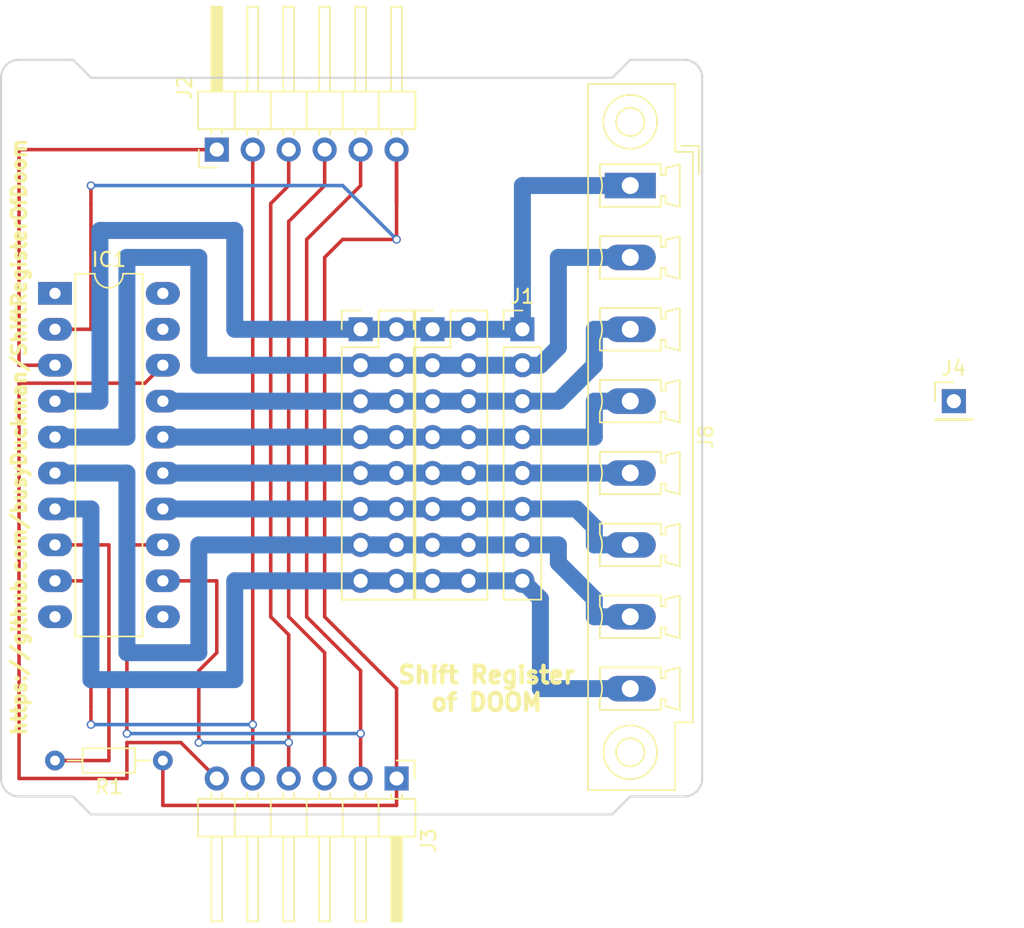
<source format=kicad_pcb>
(kicad_pcb (version 4) (host pcbnew 4.0.6)

  (general
    (links 65)
    (no_connects 19)
    (area 181.534999 102.794999 231.215001 156.285001)
    (thickness 1.6)
    (drawings 19)
    (tracks 142)
    (zones 0)
    (modules 9)
    (nets 19)
  )

  (page A4)
  (layers
    (0 F.Cu signal)
    (31 B.Cu signal)
    (32 B.Adhes user)
    (33 F.Adhes user)
    (34 B.Paste user)
    (35 F.Paste user)
    (36 B.SilkS user)
    (37 F.SilkS user)
    (38 B.Mask user)
    (39 F.Mask user)
    (40 Dwgs.User user)
    (41 Cmts.User user)
    (42 Eco1.User user)
    (43 Eco2.User user)
    (44 Edge.Cuts user)
    (45 Margin user)
    (46 B.CrtYd user)
    (47 F.CrtYd user)
    (48 B.Fab user)
    (49 F.Fab user)
  )

  (setup
    (last_trace_width 0.25)
    (trace_clearance 0.2)
    (zone_clearance 0.508)
    (zone_45_only no)
    (trace_min 0.2)
    (segment_width 0.2)
    (edge_width 0.15)
    (via_size 0.6)
    (via_drill 0.4)
    (via_min_size 0.4)
    (via_min_drill 0.3)
    (uvia_size 0.3)
    (uvia_drill 0.1)
    (uvias_allowed no)
    (uvia_min_size 0.2)
    (uvia_min_drill 0.1)
    (pcb_text_width 0.3)
    (pcb_text_size 1.5 1.5)
    (mod_edge_width 0.15)
    (mod_text_size 1 1)
    (mod_text_width 0.15)
    (pad_size 1.524 1.524)
    (pad_drill 0.762)
    (pad_to_mask_clearance 0.2)
    (aux_axis_origin 0 0)
    (visible_elements 7FFFFFFF)
    (pcbplotparams
      (layerselection 0x00030_80000001)
      (usegerberextensions false)
      (excludeedgelayer true)
      (linewidth 0.100000)
      (plotframeref false)
      (viasonmask false)
      (mode 1)
      (useauxorigin false)
      (hpglpennumber 1)
      (hpglpenspeed 20)
      (hpglpendiameter 15)
      (hpglpenoverlay 2)
      (psnegative false)
      (psa4output false)
      (plotreference true)
      (plotvalue true)
      (plotinvisibletext false)
      (padsonsilk false)
      (subtractmaskfromsilk false)
      (outputformat 1)
      (mirror false)
      (drillshape 1)
      (scaleselection 1)
      (outputdirectory ""))
  )

  (net 0 "")
  (net 1 /DRAIN_4)
  (net 2 /DRAIN_5)
  (net 3 /DRAIN_6)
  (net 4 /DRAIN_7)
  (net 5 /SER_OUT)
  (net 6 /NC)
  (net 7 GND)
  (net 8 +5V)
  (net 9 /RCK)
  (net 10 /SER_IN)
  (net 11 /SRCK)
  (net 12 /DRAIN_0)
  (net 13 /DRAIN_1)
  (net 14 /DRAIN_2)
  (net 15 /DRAIN_3)
  (net 16 /SRCLR)
  (net 17 /en)
  (net 18 "Net-(J4-Pad1)")

  (net_class Default "This is the default net class."
    (clearance 0.2)
    (trace_width 0.25)
    (via_dia 0.6)
    (via_drill 0.4)
    (uvia_dia 0.3)
    (uvia_drill 0.1)
    (add_net +5V)
    (add_net /NC)
    (add_net /RCK)
    (add_net /SER_IN)
    (add_net /SER_OUT)
    (add_net /SRCK)
    (add_net /SRCLR)
    (add_net /en)
    (add_net GND)
    (add_net "Net-(J4-Pad1)")
  )

  (net_class LOAD ""
    (clearance 0.3)
    (trace_width 1.2)
    (via_dia 0.6)
    (via_drill 0.4)
    (uvia_dia 0.3)
    (uvia_drill 0.1)
    (add_net /DRAIN_0)
    (add_net /DRAIN_1)
    (add_net /DRAIN_2)
    (add_net /DRAIN_3)
    (add_net /DRAIN_4)
    (add_net /DRAIN_5)
    (add_net /DRAIN_6)
    (add_net /DRAIN_7)
  )

  (module Resistors_THT:R_Axial_DIN0204_L3.6mm_D1.6mm_P7.62mm_Horizontal (layer F.Cu) (tedit 5874F706) (tstamp 597DCB9F)
    (at 193.04 152.4 180)
    (descr "Resistor, Axial_DIN0204 series, Axial, Horizontal, pin pitch=7.62mm, 0.16666666666666666W = 1/6W, length*diameter=3.6*1.6mm^2, http://cdn-reichelt.de/documents/datenblatt/B400/1_4W%23YAG.pdf")
    (tags "Resistor Axial_DIN0204 series Axial Horizontal pin pitch 7.62mm 0.16666666666666666W = 1/6W length 3.6mm diameter 1.6mm")
    (path /597DCEC1)
    (fp_text reference R1 (at 3.81 -1.86 180) (layer F.SilkS)
      (effects (font (size 1 1) (thickness 0.15)))
    )
    (fp_text value R (at 3.81 1.86 180) (layer F.Fab)
      (effects (font (size 1 1) (thickness 0.15)))
    )
    (fp_line (start 2.01 -0.8) (end 2.01 0.8) (layer F.Fab) (width 0.1))
    (fp_line (start 2.01 0.8) (end 5.61 0.8) (layer F.Fab) (width 0.1))
    (fp_line (start 5.61 0.8) (end 5.61 -0.8) (layer F.Fab) (width 0.1))
    (fp_line (start 5.61 -0.8) (end 2.01 -0.8) (layer F.Fab) (width 0.1))
    (fp_line (start 0 0) (end 2.01 0) (layer F.Fab) (width 0.1))
    (fp_line (start 7.62 0) (end 5.61 0) (layer F.Fab) (width 0.1))
    (fp_line (start 1.95 -0.86) (end 1.95 0.86) (layer F.SilkS) (width 0.12))
    (fp_line (start 1.95 0.86) (end 5.67 0.86) (layer F.SilkS) (width 0.12))
    (fp_line (start 5.67 0.86) (end 5.67 -0.86) (layer F.SilkS) (width 0.12))
    (fp_line (start 5.67 -0.86) (end 1.95 -0.86) (layer F.SilkS) (width 0.12))
    (fp_line (start 0.88 0) (end 1.95 0) (layer F.SilkS) (width 0.12))
    (fp_line (start 6.74 0) (end 5.67 0) (layer F.SilkS) (width 0.12))
    (fp_line (start -0.95 -1.15) (end -0.95 1.15) (layer F.CrtYd) (width 0.05))
    (fp_line (start -0.95 1.15) (end 8.6 1.15) (layer F.CrtYd) (width 0.05))
    (fp_line (start 8.6 1.15) (end 8.6 -1.15) (layer F.CrtYd) (width 0.05))
    (fp_line (start 8.6 -1.15) (end -0.95 -1.15) (layer F.CrtYd) (width 0.05))
    (pad 1 thru_hole circle (at 0 0 180) (size 1.4 1.4) (drill 0.7) (layers *.Cu *.Mask)
      (net 8 +5V))
    (pad 2 thru_hole oval (at 7.62 0 180) (size 1.4 1.4) (drill 0.7) (layers *.Cu *.Mask)
      (net 16 /SRCLR))
    (model ${KISYS3DMOD}/Resistors_THT.3dshapes/R_Axial_DIN0204_L3.6mm_D1.6mm_P7.62mm_Horizontal.wrl
      (at (xyz 0 0 0))
      (scale (xyz 0.393701 0.393701 0.393701))
      (rotate (xyz 0 0 0))
    )
  )

  (module Housings_DIP:DIP-20_W7.62mm_LongPads (layer F.Cu) (tedit 58CC8E2D) (tstamp 597C86E5)
    (at 185.42 119.38)
    (descr "20-lead dip package, row spacing 7.62 mm (300 mils), LongPads")
    (tags "DIL DIP PDIP 2.54mm 7.62mm 300mil LongPads")
    (path /597BCEFE)
    (fp_text reference IC1 (at 3.81 -2.39) (layer F.SilkS)
      (effects (font (size 1 1) (thickness 0.15)))
    )
    (fp_text value DIL20 (at 3.81 25.25) (layer F.Fab)
      (effects (font (size 1 1) (thickness 0.15)))
    )
    (fp_text user %R (at 3.81 11.43) (layer F.Fab)
      (effects (font (size 1 1) (thickness 0.15)))
    )
    (fp_line (start 1.635 -1.27) (end 6.985 -1.27) (layer F.Fab) (width 0.1))
    (fp_line (start 6.985 -1.27) (end 6.985 24.13) (layer F.Fab) (width 0.1))
    (fp_line (start 6.985 24.13) (end 0.635 24.13) (layer F.Fab) (width 0.1))
    (fp_line (start 0.635 24.13) (end 0.635 -0.27) (layer F.Fab) (width 0.1))
    (fp_line (start 0.635 -0.27) (end 1.635 -1.27) (layer F.Fab) (width 0.1))
    (fp_line (start 2.81 -1.39) (end 1.44 -1.39) (layer F.SilkS) (width 0.12))
    (fp_line (start 1.44 -1.39) (end 1.44 24.25) (layer F.SilkS) (width 0.12))
    (fp_line (start 1.44 24.25) (end 6.18 24.25) (layer F.SilkS) (width 0.12))
    (fp_line (start 6.18 24.25) (end 6.18 -1.39) (layer F.SilkS) (width 0.12))
    (fp_line (start 6.18 -1.39) (end 4.81 -1.39) (layer F.SilkS) (width 0.12))
    (fp_line (start -1.5 -1.6) (end -1.5 24.4) (layer F.CrtYd) (width 0.05))
    (fp_line (start -1.5 24.4) (end 9.1 24.4) (layer F.CrtYd) (width 0.05))
    (fp_line (start 9.1 24.4) (end 9.1 -1.6) (layer F.CrtYd) (width 0.05))
    (fp_line (start 9.1 -1.6) (end -1.5 -1.6) (layer F.CrtYd) (width 0.05))
    (fp_arc (start 3.81 -1.39) (end 2.81 -1.39) (angle -180) (layer F.SilkS) (width 0.12))
    (pad 1 thru_hole rect (at 0 0) (size 2.4 1.6) (drill 0.8) (layers *.Cu *.Mask)
      (net 6 /NC))
    (pad 11 thru_hole oval (at 7.62 22.86) (size 2.4 1.6) (drill 0.8) (layers *.Cu *.Mask)
      (net 7 GND))
    (pad 2 thru_hole oval (at 0 2.54) (size 2.4 1.6) (drill 0.8) (layers *.Cu *.Mask)
      (net 8 +5V))
    (pad 12 thru_hole oval (at 7.62 20.32) (size 2.4 1.6) (drill 0.8) (layers *.Cu *.Mask)
      (net 9 /RCK))
    (pad 3 thru_hole oval (at 0 5.08) (size 2.4 1.6) (drill 0.8) (layers *.Cu *.Mask)
      (net 10 /SER_IN))
    (pad 13 thru_hole oval (at 7.62 17.78) (size 2.4 1.6) (drill 0.8) (layers *.Cu *.Mask)
      (net 11 /SRCK))
    (pad 4 thru_hole oval (at 0 7.62) (size 2.4 1.6) (drill 0.8) (layers *.Cu *.Mask)
      (net 12 /DRAIN_0))
    (pad 14 thru_hole oval (at 7.62 15.24) (size 2.4 1.6) (drill 0.8) (layers *.Cu *.Mask)
      (net 1 /DRAIN_4))
    (pad 5 thru_hole oval (at 0 10.16) (size 2.4 1.6) (drill 0.8) (layers *.Cu *.Mask)
      (net 13 /DRAIN_1))
    (pad 15 thru_hole oval (at 7.62 12.7) (size 2.4 1.6) (drill 0.8) (layers *.Cu *.Mask)
      (net 2 /DRAIN_5))
    (pad 6 thru_hole oval (at 0 12.7) (size 2.4 1.6) (drill 0.8) (layers *.Cu *.Mask)
      (net 14 /DRAIN_2))
    (pad 16 thru_hole oval (at 7.62 10.16) (size 2.4 1.6) (drill 0.8) (layers *.Cu *.Mask)
      (net 3 /DRAIN_6))
    (pad 7 thru_hole oval (at 0 15.24) (size 2.4 1.6) (drill 0.8) (layers *.Cu *.Mask)
      (net 15 /DRAIN_3))
    (pad 17 thru_hole oval (at 7.62 7.62) (size 2.4 1.6) (drill 0.8) (layers *.Cu *.Mask)
      (net 4 /DRAIN_7))
    (pad 8 thru_hole oval (at 0 17.78) (size 2.4 1.6) (drill 0.8) (layers *.Cu *.Mask)
      (net 16 /SRCLR))
    (pad 18 thru_hole oval (at 7.62 5.08) (size 2.4 1.6) (drill 0.8) (layers *.Cu *.Mask)
      (net 5 /SER_OUT))
    (pad 9 thru_hole oval (at 0 20.32) (size 2.4 1.6) (drill 0.8) (layers *.Cu *.Mask)
      (net 17 /en))
    (pad 19 thru_hole oval (at 7.62 2.54) (size 2.4 1.6) (drill 0.8) (layers *.Cu *.Mask)
      (net 7 GND))
    (pad 10 thru_hole oval (at 0 22.86) (size 2.4 1.6) (drill 0.8) (layers *.Cu *.Mask)
      (net 7 GND))
    (pad 20 thru_hole oval (at 7.62 0) (size 2.4 1.6) (drill 0.8) (layers *.Cu *.Mask)
      (net 6 /NC))
    (model ${KISYS3DMOD}/Housings_DIP.3dshapes/DIP-20_W7.62mm_LongPads.wrl
      (at (xyz 0 0 0))
      (scale (xyz 1 1 1))
      (rotate (xyz 0 0 0))
    )
  )

  (module Pin_Headers:Pin_Header_Straight_2x08_Pitch2.54mm (layer F.Cu) (tedit 59BE49F9) (tstamp 59BD4319)
    (at 207.01 121.92)
    (descr "Through hole straight pin header, 2x08, 2.54mm pitch, double rows")
    (tags "Through hole pin header THT 2x08 2.54mm double row")
    (path /59BCEDBC)
    (fp_text reference J5 (at 1.27 -2.33) (layer F.SilkS) hide
      (effects (font (size 1 1) (thickness 0.15)))
    )
    (fp_text value CONN_02X08 (at 1.27 20.11) (layer F.Fab)
      (effects (font (size 1 1) (thickness 0.15)))
    )
    (fp_line (start 0 -1.27) (end 3.81 -1.27) (layer F.Fab) (width 0.1))
    (fp_line (start 3.81 -1.27) (end 3.81 19.05) (layer F.Fab) (width 0.1))
    (fp_line (start 3.81 19.05) (end -1.27 19.05) (layer F.Fab) (width 0.1))
    (fp_line (start -1.27 19.05) (end -1.27 0) (layer F.Fab) (width 0.1))
    (fp_line (start -1.27 0) (end 0 -1.27) (layer F.Fab) (width 0.1))
    (fp_line (start -1.33 19.11) (end 3.87 19.11) (layer F.SilkS) (width 0.12))
    (fp_line (start -1.33 1.27) (end -1.33 19.11) (layer F.SilkS) (width 0.12))
    (fp_line (start 3.87 -1.33) (end 3.87 19.11) (layer F.SilkS) (width 0.12))
    (fp_line (start -1.33 1.27) (end 1.27 1.27) (layer F.SilkS) (width 0.12))
    (fp_line (start 1.27 1.27) (end 1.27 -1.33) (layer F.SilkS) (width 0.12))
    (fp_line (start 1.27 -1.33) (end 3.87 -1.33) (layer F.SilkS) (width 0.12))
    (fp_line (start -1.33 0) (end -1.33 -1.33) (layer F.SilkS) (width 0.12))
    (fp_line (start -1.33 -1.33) (end 0 -1.33) (layer F.SilkS) (width 0.12))
    (fp_line (start -1.8 -1.8) (end -1.8 19.55) (layer F.CrtYd) (width 0.05))
    (fp_line (start -1.8 19.55) (end 4.35 19.55) (layer F.CrtYd) (width 0.05))
    (fp_line (start 4.35 19.55) (end 4.35 -1.8) (layer F.CrtYd) (width 0.05))
    (fp_line (start 4.35 -1.8) (end -1.8 -1.8) (layer F.CrtYd) (width 0.05))
    (fp_text user %R (at 1.27 8.89 90) (layer F.Fab)
      (effects (font (size 1 1) (thickness 0.15)))
    )
    (pad 1 thru_hole rect (at 0 0) (size 1.7 1.7) (drill 1) (layers *.Cu *.Mask)
      (net 12 /DRAIN_0))
    (pad 2 thru_hole oval (at 2.54 0) (size 1.7 1.7) (drill 1) (layers *.Cu *.Mask)
      (net 12 /DRAIN_0))
    (pad 3 thru_hole oval (at 0 2.54) (size 1.7 1.7) (drill 1) (layers *.Cu *.Mask)
      (net 13 /DRAIN_1))
    (pad 4 thru_hole oval (at 2.54 2.54) (size 1.7 1.7) (drill 1) (layers *.Cu *.Mask)
      (net 13 /DRAIN_1))
    (pad 5 thru_hole oval (at 0 5.08) (size 1.7 1.7) (drill 1) (layers *.Cu *.Mask)
      (net 4 /DRAIN_7))
    (pad 6 thru_hole oval (at 2.54 5.08) (size 1.7 1.7) (drill 1) (layers *.Cu *.Mask)
      (net 4 /DRAIN_7))
    (pad 7 thru_hole oval (at 0 7.62) (size 1.7 1.7) (drill 1) (layers *.Cu *.Mask)
      (net 3 /DRAIN_6))
    (pad 8 thru_hole oval (at 2.54 7.62) (size 1.7 1.7) (drill 1) (layers *.Cu *.Mask)
      (net 3 /DRAIN_6))
    (pad 9 thru_hole oval (at 0 10.16) (size 1.7 1.7) (drill 1) (layers *.Cu *.Mask)
      (net 2 /DRAIN_5))
    (pad 10 thru_hole oval (at 2.54 10.16) (size 1.7 1.7) (drill 1) (layers *.Cu *.Mask)
      (net 2 /DRAIN_5))
    (pad 11 thru_hole oval (at 0 12.7) (size 1.7 1.7) (drill 1) (layers *.Cu *.Mask)
      (net 1 /DRAIN_4))
    (pad 12 thru_hole oval (at 2.54 12.7) (size 1.7 1.7) (drill 1) (layers *.Cu *.Mask)
      (net 1 /DRAIN_4))
    (pad 13 thru_hole oval (at 0 15.24) (size 1.7 1.7) (drill 1) (layers *.Cu *.Mask)
      (net 14 /DRAIN_2))
    (pad 14 thru_hole oval (at 2.54 15.24) (size 1.7 1.7) (drill 1) (layers *.Cu *.Mask)
      (net 14 /DRAIN_2))
    (pad 15 thru_hole oval (at 0 17.78) (size 1.7 1.7) (drill 1) (layers *.Cu *.Mask)
      (net 15 /DRAIN_3))
    (pad 16 thru_hole oval (at 2.54 17.78) (size 1.7 1.7) (drill 1) (layers *.Cu *.Mask)
      (net 15 /DRAIN_3))
  )

  (module Pin_Headers:Pin_Header_Straight_1x08_Pitch2.54mm (layer F.Cu) (tedit 59650532) (tstamp 597C8701)
    (at 218.44 121.92)
    (descr "Through hole straight pin header, 1x08, 2.54mm pitch, single row")
    (tags "Through hole pin header THT 1x08 2.54mm single row")
    (path /597BCCFB)
    (fp_text reference J1 (at 0 -2.33) (layer F.SilkS)
      (effects (font (size 1 1) (thickness 0.15)))
    )
    (fp_text value CONN_01X08 (at 0 20.11) (layer F.Fab)
      (effects (font (size 1 1) (thickness 0.15)))
    )
    (fp_line (start -0.635 -1.27) (end 1.27 -1.27) (layer F.Fab) (width 0.1))
    (fp_line (start 1.27 -1.27) (end 1.27 19.05) (layer F.Fab) (width 0.1))
    (fp_line (start 1.27 19.05) (end -1.27 19.05) (layer F.Fab) (width 0.1))
    (fp_line (start -1.27 19.05) (end -1.27 -0.635) (layer F.Fab) (width 0.1))
    (fp_line (start -1.27 -0.635) (end -0.635 -1.27) (layer F.Fab) (width 0.1))
    (fp_line (start -1.33 19.11) (end 1.33 19.11) (layer F.SilkS) (width 0.12))
    (fp_line (start -1.33 1.27) (end -1.33 19.11) (layer F.SilkS) (width 0.12))
    (fp_line (start 1.33 1.27) (end 1.33 19.11) (layer F.SilkS) (width 0.12))
    (fp_line (start -1.33 1.27) (end 1.33 1.27) (layer F.SilkS) (width 0.12))
    (fp_line (start -1.33 0) (end -1.33 -1.33) (layer F.SilkS) (width 0.12))
    (fp_line (start -1.33 -1.33) (end 0 -1.33) (layer F.SilkS) (width 0.12))
    (fp_line (start -1.8 -1.8) (end -1.8 19.55) (layer F.CrtYd) (width 0.05))
    (fp_line (start -1.8 19.55) (end 1.8 19.55) (layer F.CrtYd) (width 0.05))
    (fp_line (start 1.8 19.55) (end 1.8 -1.8) (layer F.CrtYd) (width 0.05))
    (fp_line (start 1.8 -1.8) (end -1.8 -1.8) (layer F.CrtYd) (width 0.05))
    (fp_text user %R (at 0 8.89 90) (layer F.Fab)
      (effects (font (size 1 1) (thickness 0.15)))
    )
    (pad 1 thru_hole rect (at 0 0) (size 1.7 1.7) (drill 1) (layers *.Cu *.Mask)
      (net 12 /DRAIN_0))
    (pad 2 thru_hole oval (at 0 2.54) (size 1.7 1.7) (drill 1) (layers *.Cu *.Mask)
      (net 13 /DRAIN_1))
    (pad 3 thru_hole oval (at 0 5.08) (size 1.7 1.7) (drill 1) (layers *.Cu *.Mask)
      (net 4 /DRAIN_7))
    (pad 4 thru_hole oval (at 0 7.62) (size 1.7 1.7) (drill 1) (layers *.Cu *.Mask)
      (net 3 /DRAIN_6))
    (pad 5 thru_hole oval (at 0 10.16) (size 1.7 1.7) (drill 1) (layers *.Cu *.Mask)
      (net 2 /DRAIN_5))
    (pad 6 thru_hole oval (at 0 12.7) (size 1.7 1.7) (drill 1) (layers *.Cu *.Mask)
      (net 1 /DRAIN_4))
    (pad 7 thru_hole oval (at 0 15.24) (size 1.7 1.7) (drill 1) (layers *.Cu *.Mask)
      (net 14 /DRAIN_2))
    (pad 8 thru_hole oval (at 0 17.78) (size 1.7 1.7) (drill 1) (layers *.Cu *.Mask)
      (net 15 /DRAIN_3))
    (model ${KISYS3DMOD}/Pin_Headers.3dshapes/Pin_Header_Straight_1x08_Pitch2.54mm.wrl
      (at (xyz 0 -0.35 0))
      (scale (xyz 1 1 1))
      (rotate (xyz 0 0 90))
    )
  )

  (module Pin_Headers:Pin_Header_Angled_1x06_Pitch2.54mm (layer F.Cu) (tedit 59650532) (tstamp 597DCB22)
    (at 196.85 109.22 90)
    (descr "Through hole angled pin header, 1x06, 2.54mm pitch, 6mm pin length, single row")
    (tags "Through hole angled pin header THT 1x06 2.54mm single row")
    (path /597DC287)
    (fp_text reference J2 (at 4.385 -2.27 90) (layer F.SilkS)
      (effects (font (size 1 1) (thickness 0.15)))
    )
    (fp_text value CONN_01X06 (at 4.385 14.97 90) (layer F.Fab)
      (effects (font (size 1 1) (thickness 0.15)))
    )
    (fp_line (start 2.135 -1.27) (end 4.04 -1.27) (layer F.Fab) (width 0.1))
    (fp_line (start 4.04 -1.27) (end 4.04 13.97) (layer F.Fab) (width 0.1))
    (fp_line (start 4.04 13.97) (end 1.5 13.97) (layer F.Fab) (width 0.1))
    (fp_line (start 1.5 13.97) (end 1.5 -0.635) (layer F.Fab) (width 0.1))
    (fp_line (start 1.5 -0.635) (end 2.135 -1.27) (layer F.Fab) (width 0.1))
    (fp_line (start -0.32 -0.32) (end 1.5 -0.32) (layer F.Fab) (width 0.1))
    (fp_line (start -0.32 -0.32) (end -0.32 0.32) (layer F.Fab) (width 0.1))
    (fp_line (start -0.32 0.32) (end 1.5 0.32) (layer F.Fab) (width 0.1))
    (fp_line (start 4.04 -0.32) (end 10.04 -0.32) (layer F.Fab) (width 0.1))
    (fp_line (start 10.04 -0.32) (end 10.04 0.32) (layer F.Fab) (width 0.1))
    (fp_line (start 4.04 0.32) (end 10.04 0.32) (layer F.Fab) (width 0.1))
    (fp_line (start -0.32 2.22) (end 1.5 2.22) (layer F.Fab) (width 0.1))
    (fp_line (start -0.32 2.22) (end -0.32 2.86) (layer F.Fab) (width 0.1))
    (fp_line (start -0.32 2.86) (end 1.5 2.86) (layer F.Fab) (width 0.1))
    (fp_line (start 4.04 2.22) (end 10.04 2.22) (layer F.Fab) (width 0.1))
    (fp_line (start 10.04 2.22) (end 10.04 2.86) (layer F.Fab) (width 0.1))
    (fp_line (start 4.04 2.86) (end 10.04 2.86) (layer F.Fab) (width 0.1))
    (fp_line (start -0.32 4.76) (end 1.5 4.76) (layer F.Fab) (width 0.1))
    (fp_line (start -0.32 4.76) (end -0.32 5.4) (layer F.Fab) (width 0.1))
    (fp_line (start -0.32 5.4) (end 1.5 5.4) (layer F.Fab) (width 0.1))
    (fp_line (start 4.04 4.76) (end 10.04 4.76) (layer F.Fab) (width 0.1))
    (fp_line (start 10.04 4.76) (end 10.04 5.4) (layer F.Fab) (width 0.1))
    (fp_line (start 4.04 5.4) (end 10.04 5.4) (layer F.Fab) (width 0.1))
    (fp_line (start -0.32 7.3) (end 1.5 7.3) (layer F.Fab) (width 0.1))
    (fp_line (start -0.32 7.3) (end -0.32 7.94) (layer F.Fab) (width 0.1))
    (fp_line (start -0.32 7.94) (end 1.5 7.94) (layer F.Fab) (width 0.1))
    (fp_line (start 4.04 7.3) (end 10.04 7.3) (layer F.Fab) (width 0.1))
    (fp_line (start 10.04 7.3) (end 10.04 7.94) (layer F.Fab) (width 0.1))
    (fp_line (start 4.04 7.94) (end 10.04 7.94) (layer F.Fab) (width 0.1))
    (fp_line (start -0.32 9.84) (end 1.5 9.84) (layer F.Fab) (width 0.1))
    (fp_line (start -0.32 9.84) (end -0.32 10.48) (layer F.Fab) (width 0.1))
    (fp_line (start -0.32 10.48) (end 1.5 10.48) (layer F.Fab) (width 0.1))
    (fp_line (start 4.04 9.84) (end 10.04 9.84) (layer F.Fab) (width 0.1))
    (fp_line (start 10.04 9.84) (end 10.04 10.48) (layer F.Fab) (width 0.1))
    (fp_line (start 4.04 10.48) (end 10.04 10.48) (layer F.Fab) (width 0.1))
    (fp_line (start -0.32 12.38) (end 1.5 12.38) (layer F.Fab) (width 0.1))
    (fp_line (start -0.32 12.38) (end -0.32 13.02) (layer F.Fab) (width 0.1))
    (fp_line (start -0.32 13.02) (end 1.5 13.02) (layer F.Fab) (width 0.1))
    (fp_line (start 4.04 12.38) (end 10.04 12.38) (layer F.Fab) (width 0.1))
    (fp_line (start 10.04 12.38) (end 10.04 13.02) (layer F.Fab) (width 0.1))
    (fp_line (start 4.04 13.02) (end 10.04 13.02) (layer F.Fab) (width 0.1))
    (fp_line (start 1.44 -1.33) (end 1.44 14.03) (layer F.SilkS) (width 0.12))
    (fp_line (start 1.44 14.03) (end 4.1 14.03) (layer F.SilkS) (width 0.12))
    (fp_line (start 4.1 14.03) (end 4.1 -1.33) (layer F.SilkS) (width 0.12))
    (fp_line (start 4.1 -1.33) (end 1.44 -1.33) (layer F.SilkS) (width 0.12))
    (fp_line (start 4.1 -0.38) (end 10.1 -0.38) (layer F.SilkS) (width 0.12))
    (fp_line (start 10.1 -0.38) (end 10.1 0.38) (layer F.SilkS) (width 0.12))
    (fp_line (start 10.1 0.38) (end 4.1 0.38) (layer F.SilkS) (width 0.12))
    (fp_line (start 4.1 -0.32) (end 10.1 -0.32) (layer F.SilkS) (width 0.12))
    (fp_line (start 4.1 -0.2) (end 10.1 -0.2) (layer F.SilkS) (width 0.12))
    (fp_line (start 4.1 -0.08) (end 10.1 -0.08) (layer F.SilkS) (width 0.12))
    (fp_line (start 4.1 0.04) (end 10.1 0.04) (layer F.SilkS) (width 0.12))
    (fp_line (start 4.1 0.16) (end 10.1 0.16) (layer F.SilkS) (width 0.12))
    (fp_line (start 4.1 0.28) (end 10.1 0.28) (layer F.SilkS) (width 0.12))
    (fp_line (start 1.11 -0.38) (end 1.44 -0.38) (layer F.SilkS) (width 0.12))
    (fp_line (start 1.11 0.38) (end 1.44 0.38) (layer F.SilkS) (width 0.12))
    (fp_line (start 1.44 1.27) (end 4.1 1.27) (layer F.SilkS) (width 0.12))
    (fp_line (start 4.1 2.16) (end 10.1 2.16) (layer F.SilkS) (width 0.12))
    (fp_line (start 10.1 2.16) (end 10.1 2.92) (layer F.SilkS) (width 0.12))
    (fp_line (start 10.1 2.92) (end 4.1 2.92) (layer F.SilkS) (width 0.12))
    (fp_line (start 1.042929 2.16) (end 1.44 2.16) (layer F.SilkS) (width 0.12))
    (fp_line (start 1.042929 2.92) (end 1.44 2.92) (layer F.SilkS) (width 0.12))
    (fp_line (start 1.44 3.81) (end 4.1 3.81) (layer F.SilkS) (width 0.12))
    (fp_line (start 4.1 4.7) (end 10.1 4.7) (layer F.SilkS) (width 0.12))
    (fp_line (start 10.1 4.7) (end 10.1 5.46) (layer F.SilkS) (width 0.12))
    (fp_line (start 10.1 5.46) (end 4.1 5.46) (layer F.SilkS) (width 0.12))
    (fp_line (start 1.042929 4.7) (end 1.44 4.7) (layer F.SilkS) (width 0.12))
    (fp_line (start 1.042929 5.46) (end 1.44 5.46) (layer F.SilkS) (width 0.12))
    (fp_line (start 1.44 6.35) (end 4.1 6.35) (layer F.SilkS) (width 0.12))
    (fp_line (start 4.1 7.24) (end 10.1 7.24) (layer F.SilkS) (width 0.12))
    (fp_line (start 10.1 7.24) (end 10.1 8) (layer F.SilkS) (width 0.12))
    (fp_line (start 10.1 8) (end 4.1 8) (layer F.SilkS) (width 0.12))
    (fp_line (start 1.042929 7.24) (end 1.44 7.24) (layer F.SilkS) (width 0.12))
    (fp_line (start 1.042929 8) (end 1.44 8) (layer F.SilkS) (width 0.12))
    (fp_line (start 1.44 8.89) (end 4.1 8.89) (layer F.SilkS) (width 0.12))
    (fp_line (start 4.1 9.78) (end 10.1 9.78) (layer F.SilkS) (width 0.12))
    (fp_line (start 10.1 9.78) (end 10.1 10.54) (layer F.SilkS) (width 0.12))
    (fp_line (start 10.1 10.54) (end 4.1 10.54) (layer F.SilkS) (width 0.12))
    (fp_line (start 1.042929 9.78) (end 1.44 9.78) (layer F.SilkS) (width 0.12))
    (fp_line (start 1.042929 10.54) (end 1.44 10.54) (layer F.SilkS) (width 0.12))
    (fp_line (start 1.44 11.43) (end 4.1 11.43) (layer F.SilkS) (width 0.12))
    (fp_line (start 4.1 12.32) (end 10.1 12.32) (layer F.SilkS) (width 0.12))
    (fp_line (start 10.1 12.32) (end 10.1 13.08) (layer F.SilkS) (width 0.12))
    (fp_line (start 10.1 13.08) (end 4.1 13.08) (layer F.SilkS) (width 0.12))
    (fp_line (start 1.042929 12.32) (end 1.44 12.32) (layer F.SilkS) (width 0.12))
    (fp_line (start 1.042929 13.08) (end 1.44 13.08) (layer F.SilkS) (width 0.12))
    (fp_line (start -1.27 0) (end -1.27 -1.27) (layer F.SilkS) (width 0.12))
    (fp_line (start -1.27 -1.27) (end 0 -1.27) (layer F.SilkS) (width 0.12))
    (fp_line (start -1.8 -1.8) (end -1.8 14.5) (layer F.CrtYd) (width 0.05))
    (fp_line (start -1.8 14.5) (end 10.55 14.5) (layer F.CrtYd) (width 0.05))
    (fp_line (start 10.55 14.5) (end 10.55 -1.8) (layer F.CrtYd) (width 0.05))
    (fp_line (start 10.55 -1.8) (end -1.8 -1.8) (layer F.CrtYd) (width 0.05))
    (fp_text user %R (at 2.77 6.35 180) (layer F.Fab)
      (effects (font (size 1 1) (thickness 0.15)))
    )
    (pad 1 thru_hole rect (at 0 0 90) (size 1.7 1.7) (drill 1) (layers *.Cu *.Mask)
      (net 10 /SER_IN))
    (pad 2 thru_hole oval (at 0 2.54 90) (size 1.7 1.7) (drill 1) (layers *.Cu *.Mask)
      (net 17 /en))
    (pad 3 thru_hole oval (at 0 5.08 90) (size 1.7 1.7) (drill 1) (layers *.Cu *.Mask)
      (net 9 /RCK))
    (pad 4 thru_hole oval (at 0 7.62 90) (size 1.7 1.7) (drill 1) (layers *.Cu *.Mask)
      (net 7 GND))
    (pad 5 thru_hole oval (at 0 10.16 90) (size 1.7 1.7) (drill 1) (layers *.Cu *.Mask)
      (net 11 /SRCK))
    (pad 6 thru_hole oval (at 0 12.7 90) (size 1.7 1.7) (drill 1) (layers *.Cu *.Mask)
      (net 8 +5V))
    (model ${KISYS3DMOD}/Pin_Headers.3dshapes/Pin_Header_Angled_1x06_Pitch2.54mm.wrl
      (at (xyz 0 -0.25 0))
      (scale (xyz 1 1 1))
      (rotate (xyz 0 0 90))
    )
  )

  (module Pin_Headers:Pin_Header_Angled_1x06_Pitch2.54mm (layer F.Cu) (tedit 59650532) (tstamp 597DCB89)
    (at 209.55 153.67 270)
    (descr "Through hole angled pin header, 1x06, 2.54mm pitch, 6mm pin length, single row")
    (tags "Through hole angled pin header THT 1x06 2.54mm single row")
    (path /597DC471)
    (fp_text reference J3 (at 4.385 -2.27 270) (layer F.SilkS)
      (effects (font (size 1 1) (thickness 0.15)))
    )
    (fp_text value CONN_01X06 (at 4.385 14.97 270) (layer F.Fab)
      (effects (font (size 1 1) (thickness 0.15)))
    )
    (fp_line (start 2.135 -1.27) (end 4.04 -1.27) (layer F.Fab) (width 0.1))
    (fp_line (start 4.04 -1.27) (end 4.04 13.97) (layer F.Fab) (width 0.1))
    (fp_line (start 4.04 13.97) (end 1.5 13.97) (layer F.Fab) (width 0.1))
    (fp_line (start 1.5 13.97) (end 1.5 -0.635) (layer F.Fab) (width 0.1))
    (fp_line (start 1.5 -0.635) (end 2.135 -1.27) (layer F.Fab) (width 0.1))
    (fp_line (start -0.32 -0.32) (end 1.5 -0.32) (layer F.Fab) (width 0.1))
    (fp_line (start -0.32 -0.32) (end -0.32 0.32) (layer F.Fab) (width 0.1))
    (fp_line (start -0.32 0.32) (end 1.5 0.32) (layer F.Fab) (width 0.1))
    (fp_line (start 4.04 -0.32) (end 10.04 -0.32) (layer F.Fab) (width 0.1))
    (fp_line (start 10.04 -0.32) (end 10.04 0.32) (layer F.Fab) (width 0.1))
    (fp_line (start 4.04 0.32) (end 10.04 0.32) (layer F.Fab) (width 0.1))
    (fp_line (start -0.32 2.22) (end 1.5 2.22) (layer F.Fab) (width 0.1))
    (fp_line (start -0.32 2.22) (end -0.32 2.86) (layer F.Fab) (width 0.1))
    (fp_line (start -0.32 2.86) (end 1.5 2.86) (layer F.Fab) (width 0.1))
    (fp_line (start 4.04 2.22) (end 10.04 2.22) (layer F.Fab) (width 0.1))
    (fp_line (start 10.04 2.22) (end 10.04 2.86) (layer F.Fab) (width 0.1))
    (fp_line (start 4.04 2.86) (end 10.04 2.86) (layer F.Fab) (width 0.1))
    (fp_line (start -0.32 4.76) (end 1.5 4.76) (layer F.Fab) (width 0.1))
    (fp_line (start -0.32 4.76) (end -0.32 5.4) (layer F.Fab) (width 0.1))
    (fp_line (start -0.32 5.4) (end 1.5 5.4) (layer F.Fab) (width 0.1))
    (fp_line (start 4.04 4.76) (end 10.04 4.76) (layer F.Fab) (width 0.1))
    (fp_line (start 10.04 4.76) (end 10.04 5.4) (layer F.Fab) (width 0.1))
    (fp_line (start 4.04 5.4) (end 10.04 5.4) (layer F.Fab) (width 0.1))
    (fp_line (start -0.32 7.3) (end 1.5 7.3) (layer F.Fab) (width 0.1))
    (fp_line (start -0.32 7.3) (end -0.32 7.94) (layer F.Fab) (width 0.1))
    (fp_line (start -0.32 7.94) (end 1.5 7.94) (layer F.Fab) (width 0.1))
    (fp_line (start 4.04 7.3) (end 10.04 7.3) (layer F.Fab) (width 0.1))
    (fp_line (start 10.04 7.3) (end 10.04 7.94) (layer F.Fab) (width 0.1))
    (fp_line (start 4.04 7.94) (end 10.04 7.94) (layer F.Fab) (width 0.1))
    (fp_line (start -0.32 9.84) (end 1.5 9.84) (layer F.Fab) (width 0.1))
    (fp_line (start -0.32 9.84) (end -0.32 10.48) (layer F.Fab) (width 0.1))
    (fp_line (start -0.32 10.48) (end 1.5 10.48) (layer F.Fab) (width 0.1))
    (fp_line (start 4.04 9.84) (end 10.04 9.84) (layer F.Fab) (width 0.1))
    (fp_line (start 10.04 9.84) (end 10.04 10.48) (layer F.Fab) (width 0.1))
    (fp_line (start 4.04 10.48) (end 10.04 10.48) (layer F.Fab) (width 0.1))
    (fp_line (start -0.32 12.38) (end 1.5 12.38) (layer F.Fab) (width 0.1))
    (fp_line (start -0.32 12.38) (end -0.32 13.02) (layer F.Fab) (width 0.1))
    (fp_line (start -0.32 13.02) (end 1.5 13.02) (layer F.Fab) (width 0.1))
    (fp_line (start 4.04 12.38) (end 10.04 12.38) (layer F.Fab) (width 0.1))
    (fp_line (start 10.04 12.38) (end 10.04 13.02) (layer F.Fab) (width 0.1))
    (fp_line (start 4.04 13.02) (end 10.04 13.02) (layer F.Fab) (width 0.1))
    (fp_line (start 1.44 -1.33) (end 1.44 14.03) (layer F.SilkS) (width 0.12))
    (fp_line (start 1.44 14.03) (end 4.1 14.03) (layer F.SilkS) (width 0.12))
    (fp_line (start 4.1 14.03) (end 4.1 -1.33) (layer F.SilkS) (width 0.12))
    (fp_line (start 4.1 -1.33) (end 1.44 -1.33) (layer F.SilkS) (width 0.12))
    (fp_line (start 4.1 -0.38) (end 10.1 -0.38) (layer F.SilkS) (width 0.12))
    (fp_line (start 10.1 -0.38) (end 10.1 0.38) (layer F.SilkS) (width 0.12))
    (fp_line (start 10.1 0.38) (end 4.1 0.38) (layer F.SilkS) (width 0.12))
    (fp_line (start 4.1 -0.32) (end 10.1 -0.32) (layer F.SilkS) (width 0.12))
    (fp_line (start 4.1 -0.2) (end 10.1 -0.2) (layer F.SilkS) (width 0.12))
    (fp_line (start 4.1 -0.08) (end 10.1 -0.08) (layer F.SilkS) (width 0.12))
    (fp_line (start 4.1 0.04) (end 10.1 0.04) (layer F.SilkS) (width 0.12))
    (fp_line (start 4.1 0.16) (end 10.1 0.16) (layer F.SilkS) (width 0.12))
    (fp_line (start 4.1 0.28) (end 10.1 0.28) (layer F.SilkS) (width 0.12))
    (fp_line (start 1.11 -0.38) (end 1.44 -0.38) (layer F.SilkS) (width 0.12))
    (fp_line (start 1.11 0.38) (end 1.44 0.38) (layer F.SilkS) (width 0.12))
    (fp_line (start 1.44 1.27) (end 4.1 1.27) (layer F.SilkS) (width 0.12))
    (fp_line (start 4.1 2.16) (end 10.1 2.16) (layer F.SilkS) (width 0.12))
    (fp_line (start 10.1 2.16) (end 10.1 2.92) (layer F.SilkS) (width 0.12))
    (fp_line (start 10.1 2.92) (end 4.1 2.92) (layer F.SilkS) (width 0.12))
    (fp_line (start 1.042929 2.16) (end 1.44 2.16) (layer F.SilkS) (width 0.12))
    (fp_line (start 1.042929 2.92) (end 1.44 2.92) (layer F.SilkS) (width 0.12))
    (fp_line (start 1.44 3.81) (end 4.1 3.81) (layer F.SilkS) (width 0.12))
    (fp_line (start 4.1 4.7) (end 10.1 4.7) (layer F.SilkS) (width 0.12))
    (fp_line (start 10.1 4.7) (end 10.1 5.46) (layer F.SilkS) (width 0.12))
    (fp_line (start 10.1 5.46) (end 4.1 5.46) (layer F.SilkS) (width 0.12))
    (fp_line (start 1.042929 4.7) (end 1.44 4.7) (layer F.SilkS) (width 0.12))
    (fp_line (start 1.042929 5.46) (end 1.44 5.46) (layer F.SilkS) (width 0.12))
    (fp_line (start 1.44 6.35) (end 4.1 6.35) (layer F.SilkS) (width 0.12))
    (fp_line (start 4.1 7.24) (end 10.1 7.24) (layer F.SilkS) (width 0.12))
    (fp_line (start 10.1 7.24) (end 10.1 8) (layer F.SilkS) (width 0.12))
    (fp_line (start 10.1 8) (end 4.1 8) (layer F.SilkS) (width 0.12))
    (fp_line (start 1.042929 7.24) (end 1.44 7.24) (layer F.SilkS) (width 0.12))
    (fp_line (start 1.042929 8) (end 1.44 8) (layer F.SilkS) (width 0.12))
    (fp_line (start 1.44 8.89) (end 4.1 8.89) (layer F.SilkS) (width 0.12))
    (fp_line (start 4.1 9.78) (end 10.1 9.78) (layer F.SilkS) (width 0.12))
    (fp_line (start 10.1 9.78) (end 10.1 10.54) (layer F.SilkS) (width 0.12))
    (fp_line (start 10.1 10.54) (end 4.1 10.54) (layer F.SilkS) (width 0.12))
    (fp_line (start 1.042929 9.78) (end 1.44 9.78) (layer F.SilkS) (width 0.12))
    (fp_line (start 1.042929 10.54) (end 1.44 10.54) (layer F.SilkS) (width 0.12))
    (fp_line (start 1.44 11.43) (end 4.1 11.43) (layer F.SilkS) (width 0.12))
    (fp_line (start 4.1 12.32) (end 10.1 12.32) (layer F.SilkS) (width 0.12))
    (fp_line (start 10.1 12.32) (end 10.1 13.08) (layer F.SilkS) (width 0.12))
    (fp_line (start 10.1 13.08) (end 4.1 13.08) (layer F.SilkS) (width 0.12))
    (fp_line (start 1.042929 12.32) (end 1.44 12.32) (layer F.SilkS) (width 0.12))
    (fp_line (start 1.042929 13.08) (end 1.44 13.08) (layer F.SilkS) (width 0.12))
    (fp_line (start -1.27 0) (end -1.27 -1.27) (layer F.SilkS) (width 0.12))
    (fp_line (start -1.27 -1.27) (end 0 -1.27) (layer F.SilkS) (width 0.12))
    (fp_line (start -1.8 -1.8) (end -1.8 14.5) (layer F.CrtYd) (width 0.05))
    (fp_line (start -1.8 14.5) (end 10.55 14.5) (layer F.CrtYd) (width 0.05))
    (fp_line (start 10.55 14.5) (end 10.55 -1.8) (layer F.CrtYd) (width 0.05))
    (fp_line (start 10.55 -1.8) (end -1.8 -1.8) (layer F.CrtYd) (width 0.05))
    (fp_text user %R (at 2.77 6.35 360) (layer F.Fab)
      (effects (font (size 1 1) (thickness 0.15)))
    )
    (pad 1 thru_hole rect (at 0 0 270) (size 1.7 1.7) (drill 1) (layers *.Cu *.Mask)
      (net 8 +5V))
    (pad 2 thru_hole oval (at 0 2.54 270) (size 1.7 1.7) (drill 1) (layers *.Cu *.Mask)
      (net 11 /SRCK))
    (pad 3 thru_hole oval (at 0 5.08 270) (size 1.7 1.7) (drill 1) (layers *.Cu *.Mask)
      (net 7 GND))
    (pad 4 thru_hole oval (at 0 7.62 270) (size 1.7 1.7) (drill 1) (layers *.Cu *.Mask)
      (net 9 /RCK))
    (pad 5 thru_hole oval (at 0 10.16 270) (size 1.7 1.7) (drill 1) (layers *.Cu *.Mask)
      (net 17 /en))
    (pad 6 thru_hole oval (at 0 12.7 270) (size 1.7 1.7) (drill 1) (layers *.Cu *.Mask)
      (net 5 /SER_OUT))
    (model ${KISYS3DMOD}/Pin_Headers.3dshapes/Pin_Header_Angled_1x06_Pitch2.54mm.wrl
      (at (xyz 0 -0.25 0))
      (scale (xyz 1 1 1))
      (rotate (xyz 0 0 90))
    )
  )

  (module Pin_Headers:Pin_Header_Straight_1x01_Pitch2.54mm (layer F.Cu) (tedit 59650532) (tstamp 59BD4305)
    (at 248.92 127)
    (descr "Through hole straight pin header, 1x01, 2.54mm pitch, single row")
    (tags "Through hole pin header THT 1x01 2.54mm single row")
    (path /59BCFB88)
    (fp_text reference J4 (at 0 -2.33) (layer F.SilkS)
      (effects (font (size 1 1) (thickness 0.15)))
    )
    (fp_text value CONN_01X01 (at 0 2.33) (layer F.Fab)
      (effects (font (size 1 1) (thickness 0.15)))
    )
    (fp_line (start -0.635 -1.27) (end 1.27 -1.27) (layer F.Fab) (width 0.1))
    (fp_line (start 1.27 -1.27) (end 1.27 1.27) (layer F.Fab) (width 0.1))
    (fp_line (start 1.27 1.27) (end -1.27 1.27) (layer F.Fab) (width 0.1))
    (fp_line (start -1.27 1.27) (end -1.27 -0.635) (layer F.Fab) (width 0.1))
    (fp_line (start -1.27 -0.635) (end -0.635 -1.27) (layer F.Fab) (width 0.1))
    (fp_line (start -1.33 1.33) (end 1.33 1.33) (layer F.SilkS) (width 0.12))
    (fp_line (start -1.33 1.27) (end -1.33 1.33) (layer F.SilkS) (width 0.12))
    (fp_line (start 1.33 1.27) (end 1.33 1.33) (layer F.SilkS) (width 0.12))
    (fp_line (start -1.33 1.27) (end 1.33 1.27) (layer F.SilkS) (width 0.12))
    (fp_line (start -1.33 0) (end -1.33 -1.33) (layer F.SilkS) (width 0.12))
    (fp_line (start -1.33 -1.33) (end 0 -1.33) (layer F.SilkS) (width 0.12))
    (fp_line (start -1.8 -1.8) (end -1.8 1.8) (layer F.CrtYd) (width 0.05))
    (fp_line (start -1.8 1.8) (end 1.8 1.8) (layer F.CrtYd) (width 0.05))
    (fp_line (start 1.8 1.8) (end 1.8 -1.8) (layer F.CrtYd) (width 0.05))
    (fp_line (start 1.8 -1.8) (end -1.8 -1.8) (layer F.CrtYd) (width 0.05))
    (fp_text user %R (at 0 0 90) (layer F.Fab)
      (effects (font (size 1 1) (thickness 0.15)))
    )
    (pad 1 thru_hole rect (at 0 0) (size 1.7 1.7) (drill 1) (layers *.Cu *.Mask)
      (net 18 "Net-(J4-Pad1)"))
    (model ${KISYS3DMOD}/Pin_Headers.3dshapes/Pin_Header_Straight_1x01_Pitch2.54mm.wrl
      (at (xyz 0 0 0))
      (scale (xyz 1 1 1))
      (rotate (xyz 0 0 0))
    )
  )

  (module Pin_Headers:Pin_Header_Straight_2x08_Pitch2.54mm (layer F.Cu) (tedit 59BE49F3) (tstamp 59BD432D)
    (at 212.09 121.92)
    (descr "Through hole straight pin header, 2x08, 2.54mm pitch, double rows")
    (tags "Through hole pin header THT 2x08 2.54mm double row")
    (path /59BCECA1)
    (fp_text reference J6 (at 1.27 -2.33) (layer F.SilkS) hide
      (effects (font (size 1 1) (thickness 0.15)))
    )
    (fp_text value CONN_02X08 (at 1.27 20.11) (layer F.Fab)
      (effects (font (size 1 1) (thickness 0.15)))
    )
    (fp_line (start 0 -1.27) (end 3.81 -1.27) (layer F.Fab) (width 0.1))
    (fp_line (start 3.81 -1.27) (end 3.81 19.05) (layer F.Fab) (width 0.1))
    (fp_line (start 3.81 19.05) (end -1.27 19.05) (layer F.Fab) (width 0.1))
    (fp_line (start -1.27 19.05) (end -1.27 0) (layer F.Fab) (width 0.1))
    (fp_line (start -1.27 0) (end 0 -1.27) (layer F.Fab) (width 0.1))
    (fp_line (start -1.33 19.11) (end 3.87 19.11) (layer F.SilkS) (width 0.12))
    (fp_line (start -1.33 1.27) (end -1.33 19.11) (layer F.SilkS) (width 0.12))
    (fp_line (start 3.87 -1.33) (end 3.87 19.11) (layer F.SilkS) (width 0.12))
    (fp_line (start -1.33 1.27) (end 1.27 1.27) (layer F.SilkS) (width 0.12))
    (fp_line (start 1.27 1.27) (end 1.27 -1.33) (layer F.SilkS) (width 0.12))
    (fp_line (start 1.27 -1.33) (end 3.87 -1.33) (layer F.SilkS) (width 0.12))
    (fp_line (start -1.33 0) (end -1.33 -1.33) (layer F.SilkS) (width 0.12))
    (fp_line (start -1.33 -1.33) (end 0 -1.33) (layer F.SilkS) (width 0.12))
    (fp_line (start -1.8 -1.8) (end -1.8 19.55) (layer F.CrtYd) (width 0.05))
    (fp_line (start -1.8 19.55) (end 4.35 19.55) (layer F.CrtYd) (width 0.05))
    (fp_line (start 4.35 19.55) (end 4.35 -1.8) (layer F.CrtYd) (width 0.05))
    (fp_line (start 4.35 -1.8) (end -1.8 -1.8) (layer F.CrtYd) (width 0.05))
    (fp_text user %R (at 1.27 8.89 90) (layer F.Fab)
      (effects (font (size 1 1) (thickness 0.15)))
    )
    (pad 1 thru_hole rect (at 0 0) (size 1.7 1.7) (drill 1) (layers *.Cu *.Mask)
      (net 12 /DRAIN_0))
    (pad 2 thru_hole oval (at 2.54 0) (size 1.7 1.7) (drill 1) (layers *.Cu *.Mask)
      (net 12 /DRAIN_0))
    (pad 3 thru_hole oval (at 0 2.54) (size 1.7 1.7) (drill 1) (layers *.Cu *.Mask)
      (net 13 /DRAIN_1))
    (pad 4 thru_hole oval (at 2.54 2.54) (size 1.7 1.7) (drill 1) (layers *.Cu *.Mask)
      (net 13 /DRAIN_1))
    (pad 5 thru_hole oval (at 0 5.08) (size 1.7 1.7) (drill 1) (layers *.Cu *.Mask)
      (net 4 /DRAIN_7))
    (pad 6 thru_hole oval (at 2.54 5.08) (size 1.7 1.7) (drill 1) (layers *.Cu *.Mask)
      (net 4 /DRAIN_7))
    (pad 7 thru_hole oval (at 0 7.62) (size 1.7 1.7) (drill 1) (layers *.Cu *.Mask)
      (net 3 /DRAIN_6))
    (pad 8 thru_hole oval (at 2.54 7.62) (size 1.7 1.7) (drill 1) (layers *.Cu *.Mask)
      (net 3 /DRAIN_6))
    (pad 9 thru_hole oval (at 0 10.16) (size 1.7 1.7) (drill 1) (layers *.Cu *.Mask)
      (net 2 /DRAIN_5))
    (pad 10 thru_hole oval (at 2.54 10.16) (size 1.7 1.7) (drill 1) (layers *.Cu *.Mask)
      (net 2 /DRAIN_5))
    (pad 11 thru_hole oval (at 0 12.7) (size 1.7 1.7) (drill 1) (layers *.Cu *.Mask)
      (net 1 /DRAIN_4))
    (pad 12 thru_hole oval (at 2.54 12.7) (size 1.7 1.7) (drill 1) (layers *.Cu *.Mask)
      (net 1 /DRAIN_4))
    (pad 13 thru_hole oval (at 0 15.24) (size 1.7 1.7) (drill 1) (layers *.Cu *.Mask)
      (net 14 /DRAIN_2))
    (pad 14 thru_hole oval (at 2.54 15.24) (size 1.7 1.7) (drill 1) (layers *.Cu *.Mask)
      (net 14 /DRAIN_2))
    (pad 15 thru_hole oval (at 0 17.78) (size 1.7 1.7) (drill 1) (layers *.Cu *.Mask)
      (net 15 /DRAIN_3))
    (pad 16 thru_hole oval (at 2.54 17.78) (size 1.7 1.7) (drill 1) (layers *.Cu *.Mask)
      (net 15 /DRAIN_3))
  )

  (module Connectors_Phoenix:PhoenixContact_MCV-GF_08x5.08mm_Vertical_ThreadedFlange (layer F.Cu) (tedit 59566E60) (tstamp 59BFB395)
    (at 226.06 111.76 270)
    (descr "Generic Phoenix Contact connector footprint for series: MCV-GF; number of pins: 08; pin pitch: 5.08mm; Vertical; threaded flange || order number: 1847673 8A 320V")
    (tags "phoenix_contact connector MCV_01x08_GF_5.08mm")
    (path /59BFB502)
    (fp_text reference J8 (at 17.78 -5.35 270) (layer F.SilkS)
      (effects (font (size 1 1) (thickness 0.15)))
    )
    (fp_text value HEADER_8 (at 17.78 3.9 270) (layer F.Fab)
      (effects (font (size 1 1) (thickness 0.15)))
    )
    (fp_arc (start 0 3.85) (end -0.75 2.15) (angle 47.6) (layer F.SilkS) (width 0.12))
    (fp_arc (start 5.08 3.85) (end 4.33 2.15) (angle 47.6) (layer F.SilkS) (width 0.12))
    (fp_arc (start 10.16 3.85) (end 9.41 2.15) (angle 47.6) (layer F.SilkS) (width 0.12))
    (fp_arc (start 15.24 3.85) (end 14.49 2.15) (angle 47.6) (layer F.SilkS) (width 0.12))
    (fp_arc (start 20.32 3.85) (end 19.57 2.15) (angle 47.6) (layer F.SilkS) (width 0.12))
    (fp_arc (start 25.4 3.85) (end 24.65 2.15) (angle 47.6) (layer F.SilkS) (width 0.12))
    (fp_arc (start 30.48 3.85) (end 29.73 2.15) (angle 47.6) (layer F.SilkS) (width 0.12))
    (fp_arc (start 35.56 3.85) (end 34.81 2.15) (angle 47.6) (layer F.SilkS) (width 0.12))
    (fp_circle (center -4.5 0) (end -2.6 0) (layer F.SilkS) (width 0.12))
    (fp_circle (center 40.06 0) (end 41.96 0) (layer F.SilkS) (width 0.12))
    (fp_circle (center -4.5 0) (end -3.5 0) (layer F.SilkS) (width 0.12))
    (fp_circle (center 40.06 0) (end 41.06 0) (layer F.SilkS) (width 0.12))
    (fp_line (start -7.18 2.98) (end 42.74 2.98) (layer F.SilkS) (width 0.12))
    (fp_line (start 42.74 2.98) (end 42.74 -3.18) (layer F.SilkS) (width 0.12))
    (fp_line (start 42.74 -3.18) (end 37.94 -3.18) (layer F.SilkS) (width 0.12))
    (fp_line (start 37.94 -3.18) (end 37.94 -4.43) (layer F.SilkS) (width 0.12))
    (fp_line (start 37.94 -4.43) (end -2.38 -4.43) (layer F.SilkS) (width 0.12))
    (fp_line (start -2.38 -4.43) (end -2.38 -3.18) (layer F.SilkS) (width 0.12))
    (fp_line (start -2.38 -3.18) (end -7.18 -3.18) (layer F.SilkS) (width 0.12))
    (fp_line (start -7.18 -3.18) (end -7.18 2.98) (layer F.SilkS) (width 0.12))
    (fp_line (start -7.1 2.9) (end 42.66 2.9) (layer F.Fab) (width 0.1))
    (fp_line (start 42.66 2.9) (end 42.66 -3.1) (layer F.Fab) (width 0.1))
    (fp_line (start 42.66 -3.1) (end 37.86 -3.1) (layer F.Fab) (width 0.1))
    (fp_line (start 37.86 -3.1) (end 37.86 -4.35) (layer F.Fab) (width 0.1))
    (fp_line (start 37.86 -4.35) (end -2.3 -4.35) (layer F.Fab) (width 0.1))
    (fp_line (start -2.3 -4.35) (end -2.3 -3.1) (layer F.Fab) (width 0.1))
    (fp_line (start -2.3 -3.1) (end -7.1 -3.1) (layer F.Fab) (width 0.1))
    (fp_line (start -7.1 -3.1) (end -7.1 2.9) (layer F.Fab) (width 0.1))
    (fp_line (start -0.75 2.15) (end -1.5 2.15) (layer F.SilkS) (width 0.12))
    (fp_line (start -1.5 2.15) (end -1.5 -2.15) (layer F.SilkS) (width 0.12))
    (fp_line (start -1.5 -2.15) (end -0.75 -2.15) (layer F.SilkS) (width 0.12))
    (fp_line (start -0.75 -2.15) (end -0.75 -2.5) (layer F.SilkS) (width 0.12))
    (fp_line (start -0.75 -2.5) (end -1.25 -2.5) (layer F.SilkS) (width 0.12))
    (fp_line (start -1.25 -2.5) (end -1.5 -3.5) (layer F.SilkS) (width 0.12))
    (fp_line (start -1.5 -3.5) (end 1.5 -3.5) (layer F.SilkS) (width 0.12))
    (fp_line (start 1.5 -3.5) (end 1.25 -2.5) (layer F.SilkS) (width 0.12))
    (fp_line (start 1.25 -2.5) (end 0.75 -2.5) (layer F.SilkS) (width 0.12))
    (fp_line (start 0.75 -2.5) (end 0.75 -2.15) (layer F.SilkS) (width 0.12))
    (fp_line (start 0.75 -2.15) (end 1.5 -2.15) (layer F.SilkS) (width 0.12))
    (fp_line (start 1.5 -2.15) (end 1.5 2.15) (layer F.SilkS) (width 0.12))
    (fp_line (start 1.5 2.15) (end 0.75 2.15) (layer F.SilkS) (width 0.12))
    (fp_line (start 4.33 2.15) (end 3.58 2.15) (layer F.SilkS) (width 0.12))
    (fp_line (start 3.58 2.15) (end 3.58 -2.15) (layer F.SilkS) (width 0.12))
    (fp_line (start 3.58 -2.15) (end 4.33 -2.15) (layer F.SilkS) (width 0.12))
    (fp_line (start 4.33 -2.15) (end 4.33 -2.5) (layer F.SilkS) (width 0.12))
    (fp_line (start 4.33 -2.5) (end 3.83 -2.5) (layer F.SilkS) (width 0.12))
    (fp_line (start 3.83 -2.5) (end 3.58 -3.5) (layer F.SilkS) (width 0.12))
    (fp_line (start 3.58 -3.5) (end 6.58 -3.5) (layer F.SilkS) (width 0.12))
    (fp_line (start 6.58 -3.5) (end 6.33 -2.5) (layer F.SilkS) (width 0.12))
    (fp_line (start 6.33 -2.5) (end 5.83 -2.5) (layer F.SilkS) (width 0.12))
    (fp_line (start 5.83 -2.5) (end 5.83 -2.15) (layer F.SilkS) (width 0.12))
    (fp_line (start 5.83 -2.15) (end 6.58 -2.15) (layer F.SilkS) (width 0.12))
    (fp_line (start 6.58 -2.15) (end 6.58 2.15) (layer F.SilkS) (width 0.12))
    (fp_line (start 6.58 2.15) (end 5.83 2.15) (layer F.SilkS) (width 0.12))
    (fp_line (start 9.41 2.15) (end 8.66 2.15) (layer F.SilkS) (width 0.12))
    (fp_line (start 8.66 2.15) (end 8.66 -2.15) (layer F.SilkS) (width 0.12))
    (fp_line (start 8.66 -2.15) (end 9.41 -2.15) (layer F.SilkS) (width 0.12))
    (fp_line (start 9.41 -2.15) (end 9.41 -2.5) (layer F.SilkS) (width 0.12))
    (fp_line (start 9.41 -2.5) (end 8.91 -2.5) (layer F.SilkS) (width 0.12))
    (fp_line (start 8.91 -2.5) (end 8.66 -3.5) (layer F.SilkS) (width 0.12))
    (fp_line (start 8.66 -3.5) (end 11.66 -3.5) (layer F.SilkS) (width 0.12))
    (fp_line (start 11.66 -3.5) (end 11.41 -2.5) (layer F.SilkS) (width 0.12))
    (fp_line (start 11.41 -2.5) (end 10.91 -2.5) (layer F.SilkS) (width 0.12))
    (fp_line (start 10.91 -2.5) (end 10.91 -2.15) (layer F.SilkS) (width 0.12))
    (fp_line (start 10.91 -2.15) (end 11.66 -2.15) (layer F.SilkS) (width 0.12))
    (fp_line (start 11.66 -2.15) (end 11.66 2.15) (layer F.SilkS) (width 0.12))
    (fp_line (start 11.66 2.15) (end 10.91 2.15) (layer F.SilkS) (width 0.12))
    (fp_line (start 14.49 2.15) (end 13.74 2.15) (layer F.SilkS) (width 0.12))
    (fp_line (start 13.74 2.15) (end 13.74 -2.15) (layer F.SilkS) (width 0.12))
    (fp_line (start 13.74 -2.15) (end 14.49 -2.15) (layer F.SilkS) (width 0.12))
    (fp_line (start 14.49 -2.15) (end 14.49 -2.5) (layer F.SilkS) (width 0.12))
    (fp_line (start 14.49 -2.5) (end 13.99 -2.5) (layer F.SilkS) (width 0.12))
    (fp_line (start 13.99 -2.5) (end 13.74 -3.5) (layer F.SilkS) (width 0.12))
    (fp_line (start 13.74 -3.5) (end 16.74 -3.5) (layer F.SilkS) (width 0.12))
    (fp_line (start 16.74 -3.5) (end 16.49 -2.5) (layer F.SilkS) (width 0.12))
    (fp_line (start 16.49 -2.5) (end 15.99 -2.5) (layer F.SilkS) (width 0.12))
    (fp_line (start 15.99 -2.5) (end 15.99 -2.15) (layer F.SilkS) (width 0.12))
    (fp_line (start 15.99 -2.15) (end 16.74 -2.15) (layer F.SilkS) (width 0.12))
    (fp_line (start 16.74 -2.15) (end 16.74 2.15) (layer F.SilkS) (width 0.12))
    (fp_line (start 16.74 2.15) (end 15.99 2.15) (layer F.SilkS) (width 0.12))
    (fp_line (start 19.57 2.15) (end 18.82 2.15) (layer F.SilkS) (width 0.12))
    (fp_line (start 18.82 2.15) (end 18.82 -2.15) (layer F.SilkS) (width 0.12))
    (fp_line (start 18.82 -2.15) (end 19.57 -2.15) (layer F.SilkS) (width 0.12))
    (fp_line (start 19.57 -2.15) (end 19.57 -2.5) (layer F.SilkS) (width 0.12))
    (fp_line (start 19.57 -2.5) (end 19.07 -2.5) (layer F.SilkS) (width 0.12))
    (fp_line (start 19.07 -2.5) (end 18.82 -3.5) (layer F.SilkS) (width 0.12))
    (fp_line (start 18.82 -3.5) (end 21.82 -3.5) (layer F.SilkS) (width 0.12))
    (fp_line (start 21.82 -3.5) (end 21.57 -2.5) (layer F.SilkS) (width 0.12))
    (fp_line (start 21.57 -2.5) (end 21.07 -2.5) (layer F.SilkS) (width 0.12))
    (fp_line (start 21.07 -2.5) (end 21.07 -2.15) (layer F.SilkS) (width 0.12))
    (fp_line (start 21.07 -2.15) (end 21.82 -2.15) (layer F.SilkS) (width 0.12))
    (fp_line (start 21.82 -2.15) (end 21.82 2.15) (layer F.SilkS) (width 0.12))
    (fp_line (start 21.82 2.15) (end 21.07 2.15) (layer F.SilkS) (width 0.12))
    (fp_line (start 24.65 2.15) (end 23.9 2.15) (layer F.SilkS) (width 0.12))
    (fp_line (start 23.9 2.15) (end 23.9 -2.15) (layer F.SilkS) (width 0.12))
    (fp_line (start 23.9 -2.15) (end 24.65 -2.15) (layer F.SilkS) (width 0.12))
    (fp_line (start 24.65 -2.15) (end 24.65 -2.5) (layer F.SilkS) (width 0.12))
    (fp_line (start 24.65 -2.5) (end 24.15 -2.5) (layer F.SilkS) (width 0.12))
    (fp_line (start 24.15 -2.5) (end 23.9 -3.5) (layer F.SilkS) (width 0.12))
    (fp_line (start 23.9 -3.5) (end 26.9 -3.5) (layer F.SilkS) (width 0.12))
    (fp_line (start 26.9 -3.5) (end 26.65 -2.5) (layer F.SilkS) (width 0.12))
    (fp_line (start 26.65 -2.5) (end 26.15 -2.5) (layer F.SilkS) (width 0.12))
    (fp_line (start 26.15 -2.5) (end 26.15 -2.15) (layer F.SilkS) (width 0.12))
    (fp_line (start 26.15 -2.15) (end 26.9 -2.15) (layer F.SilkS) (width 0.12))
    (fp_line (start 26.9 -2.15) (end 26.9 2.15) (layer F.SilkS) (width 0.12))
    (fp_line (start 26.9 2.15) (end 26.15 2.15) (layer F.SilkS) (width 0.12))
    (fp_line (start 29.73 2.15) (end 28.98 2.15) (layer F.SilkS) (width 0.12))
    (fp_line (start 28.98 2.15) (end 28.98 -2.15) (layer F.SilkS) (width 0.12))
    (fp_line (start 28.98 -2.15) (end 29.73 -2.15) (layer F.SilkS) (width 0.12))
    (fp_line (start 29.73 -2.15) (end 29.73 -2.5) (layer F.SilkS) (width 0.12))
    (fp_line (start 29.73 -2.5) (end 29.23 -2.5) (layer F.SilkS) (width 0.12))
    (fp_line (start 29.23 -2.5) (end 28.98 -3.5) (layer F.SilkS) (width 0.12))
    (fp_line (start 28.98 -3.5) (end 31.98 -3.5) (layer F.SilkS) (width 0.12))
    (fp_line (start 31.98 -3.5) (end 31.73 -2.5) (layer F.SilkS) (width 0.12))
    (fp_line (start 31.73 -2.5) (end 31.23 -2.5) (layer F.SilkS) (width 0.12))
    (fp_line (start 31.23 -2.5) (end 31.23 -2.15) (layer F.SilkS) (width 0.12))
    (fp_line (start 31.23 -2.15) (end 31.98 -2.15) (layer F.SilkS) (width 0.12))
    (fp_line (start 31.98 -2.15) (end 31.98 2.15) (layer F.SilkS) (width 0.12))
    (fp_line (start 31.98 2.15) (end 31.23 2.15) (layer F.SilkS) (width 0.12))
    (fp_line (start 34.81 2.15) (end 34.06 2.15) (layer F.SilkS) (width 0.12))
    (fp_line (start 34.06 2.15) (end 34.06 -2.15) (layer F.SilkS) (width 0.12))
    (fp_line (start 34.06 -2.15) (end 34.81 -2.15) (layer F.SilkS) (width 0.12))
    (fp_line (start 34.81 -2.15) (end 34.81 -2.5) (layer F.SilkS) (width 0.12))
    (fp_line (start 34.81 -2.5) (end 34.31 -2.5) (layer F.SilkS) (width 0.12))
    (fp_line (start 34.31 -2.5) (end 34.06 -3.5) (layer F.SilkS) (width 0.12))
    (fp_line (start 34.06 -3.5) (end 37.06 -3.5) (layer F.SilkS) (width 0.12))
    (fp_line (start 37.06 -3.5) (end 36.81 -2.5) (layer F.SilkS) (width 0.12))
    (fp_line (start 36.81 -2.5) (end 36.31 -2.5) (layer F.SilkS) (width 0.12))
    (fp_line (start 36.31 -2.5) (end 36.31 -2.15) (layer F.SilkS) (width 0.12))
    (fp_line (start 36.31 -2.15) (end 37.06 -2.15) (layer F.SilkS) (width 0.12))
    (fp_line (start 37.06 -2.15) (end 37.06 2.15) (layer F.SilkS) (width 0.12))
    (fp_line (start 37.06 2.15) (end 36.31 2.15) (layer F.SilkS) (width 0.12))
    (fp_line (start -7.6 -4.85) (end -7.6 3.4) (layer F.CrtYd) (width 0.05))
    (fp_line (start -7.6 3.4) (end 43.16 3.4) (layer F.CrtYd) (width 0.05))
    (fp_line (start 43.16 3.4) (end 43.16 -4.85) (layer F.CrtYd) (width 0.05))
    (fp_line (start 43.16 -4.85) (end -7.6 -4.85) (layer F.CrtYd) (width 0.05))
    (fp_line (start -2.8 -3.6) (end -2.8 -4.85) (layer F.SilkS) (width 0.12))
    (fp_line (start -2.8 -4.85) (end -0.8 -4.85) (layer F.SilkS) (width 0.12))
    (fp_line (start -2.8 -3.6) (end -2.8 -4.85) (layer F.Fab) (width 0.1))
    (fp_line (start -2.8 -4.85) (end -0.8 -4.85) (layer F.Fab) (width 0.1))
    (fp_text user %R (at 17.78 -3 270) (layer F.Fab)
      (effects (font (size 1 1) (thickness 0.15)))
    )
    (pad 1 thru_hole rect (at 0 0 270) (size 1.8 3.6) (drill 1.2) (layers *.Cu *.Mask)
      (net 12 /DRAIN_0))
    (pad 2 thru_hole oval (at 5.08 0 270) (size 1.8 3.6) (drill 1.2) (layers *.Cu *.Mask)
      (net 13 /DRAIN_1))
    (pad 3 thru_hole oval (at 10.16 0 270) (size 1.8 3.6) (drill 1.2) (layers *.Cu *.Mask)
      (net 4 /DRAIN_7))
    (pad 4 thru_hole oval (at 15.24 0 270) (size 1.8 3.6) (drill 1.2) (layers *.Cu *.Mask)
      (net 3 /DRAIN_6))
    (pad 5 thru_hole oval (at 20.32 0 270) (size 1.8 3.6) (drill 1.2) (layers *.Cu *.Mask)
      (net 2 /DRAIN_5))
    (pad 6 thru_hole oval (at 25.4 0 270) (size 1.8 3.6) (drill 1.2) (layers *.Cu *.Mask)
      (net 1 /DRAIN_4))
    (pad 7 thru_hole oval (at 30.48 0 270) (size 1.8 3.6) (drill 1.2) (layers *.Cu *.Mask)
      (net 14 /DRAIN_2))
    (pad 8 thru_hole oval (at 35.56 0 270) (size 1.8 3.6) (drill 1.2) (layers *.Cu *.Mask)
      (net 15 /DRAIN_3))
    (model ${KISYS3DMOD}/Connectors_Phoenix.3dshapes/PhoenixContact_MCV-GF_08x5.08mm_Vertical_ThreadedFlange.wrl
      (at (xyz 0 0 0))
      (scale (xyz 1 1 1))
      (rotate (xyz 0 0 0))
    )
  )

  (gr_text https://github.com/busyDuckman/ShiftRegisterOfDoom (at 182.88 129.54 90) (layer F.SilkS)
    (effects (font (size 1 1) (thickness 0.25)))
  )
  (gr_line (start 226.06 102.87) (end 229.87 102.87) (angle 90) (layer Edge.Cuts) (width 0.15))
  (gr_line (start 229.87 154.94) (end 226.06 154.94) (angle 90) (layer Edge.Cuts) (width 0.15))
  (gr_line (start 231.14 104.14) (end 231.14 153.67) (angle 90) (layer Edge.Cuts) (width 0.15))
  (gr_arc (start 229.87 153.67) (end 231.14 153.67) (angle 90) (layer Edge.Cuts) (width 0.15))
  (gr_arc (start 229.87 104.14) (end 229.87 102.87) (angle 90) (layer Edge.Cuts) (width 0.15))
  (gr_line (start 186.69 102.87) (end 182.88 102.87) (angle 90) (layer Edge.Cuts) (width 0.15))
  (gr_line (start 185.42 154.94) (end 182.88 154.94) (angle 90) (layer Edge.Cuts) (width 0.15))
  (gr_line (start 181.61 104.14) (end 181.61 153.67) (angle 90) (layer Edge.Cuts) (width 0.15))
  (gr_arc (start 182.88 153.67) (end 182.88 154.94) (angle 90) (layer Edge.Cuts) (width 0.15))
  (gr_arc (start 182.88 104.14) (end 181.61 104.14) (angle 90) (layer Edge.Cuts) (width 0.15))
  (gr_text "Shift Register\nof DOOM" (at 215.9 147.32) (layer F.SilkS)
    (effects (font (size 1.2 1.2) (thickness 0.3)))
  )
  (gr_line (start 187.96 156.21) (end 224.79 156.21) (angle 90) (layer Edge.Cuts) (width 0.15))
  (gr_line (start 186.69 154.94) (end 187.96 156.21) (angle 90) (layer Edge.Cuts) (width 0.15))
  (gr_line (start 185.42 154.94) (end 186.69 154.94) (angle 90) (layer Edge.Cuts) (width 0.15))
  (gr_line (start 226.06 154.94) (end 224.79 156.21) (angle 90) (layer Edge.Cuts) (width 0.15))
  (gr_line (start 224.79 104.14) (end 226.06 102.87) (angle 90) (layer Edge.Cuts) (width 0.15))
  (gr_line (start 187.96 104.14) (end 224.79 104.14) (angle 90) (layer Edge.Cuts) (width 0.15))
  (gr_line (start 186.69 102.87) (end 187.96 104.14) (angle 90) (layer Edge.Cuts) (width 0.15))

  (segment (start 218.44 134.62) (end 222.25 134.62) (width 1.2) (layer B.Cu) (net 1) (status 400000))
  (segment (start 223.52 137.16) (end 226.06 137.16) (width 1.2) (layer B.Cu) (net 1) (tstamp 59BFB521) (status 800000))
  (segment (start 223.52 135.89) (end 223.52 137.16) (width 1.2) (layer B.Cu) (net 1) (tstamp 59BFB51E))
  (segment (start 222.25 134.62) (end 223.52 135.89) (width 1.2) (layer B.Cu) (net 1) (tstamp 59BFB51C))
  (segment (start 207.01 134.62) (end 193.04 134.62) (width 1.2) (layer B.Cu) (net 1) (status C00000))
  (segment (start 218.44 134.62) (end 212.09 134.62) (width 1.2) (layer B.Cu) (net 1))
  (segment (start 207.01 134.62) (end 212.09 134.62) (width 1.2) (layer B.Cu) (net 1))
  (segment (start 218.44 132.08) (end 226.06 132.08) (width 1.2) (layer B.Cu) (net 2) (status C00000))
  (segment (start 193.04 132.08) (end 207.01 132.08) (width 1.2) (layer B.Cu) (net 2) (status C00000))
  (segment (start 212.09 132.08) (end 218.44 132.08) (width 1.2) (layer B.Cu) (net 2))
  (segment (start 207.01 132.08) (end 212.09 132.08) (width 1.2) (layer B.Cu) (net 2))
  (segment (start 218.44 129.54) (end 223.52 129.54) (width 1.2) (layer B.Cu) (net 3) (status 400000))
  (segment (start 223.52 127) (end 226.06 127) (width 1.2) (layer B.Cu) (net 3) (tstamp 59BFB52E) (status 800000))
  (segment (start 223.52 129.54) (end 223.52 127) (width 1.2) (layer B.Cu) (net 3) (tstamp 59BFB52A))
  (segment (start 193.04 129.54) (end 207.01 129.54) (width 1.2) (layer B.Cu) (net 3) (status C00000))
  (segment (start 218.44 129.54) (end 212.09 129.54) (width 1.2) (layer B.Cu) (net 3))
  (segment (start 207.01 129.54) (end 212.09 129.54) (width 1.2) (layer B.Cu) (net 3))
  (segment (start 218.44 127) (end 220.98 127) (width 1.2) (layer B.Cu) (net 4) (status 400000))
  (segment (start 223.52 121.92) (end 226.06 121.92) (width 1.2) (layer B.Cu) (net 4) (tstamp 59BFB542) (status 800000))
  (segment (start 223.52 124.46) (end 223.52 121.92) (width 1.2) (layer B.Cu) (net 4) (tstamp 59BFB537))
  (segment (start 220.98 127) (end 223.52 124.46) (width 1.2) (layer B.Cu) (net 4) (tstamp 59BFB533))
  (segment (start 193.04 127) (end 207.01 127) (width 1.2) (layer B.Cu) (net 4) (status C00000))
  (segment (start 218.44 127) (end 212.09 127) (width 1.2) (layer B.Cu) (net 4))
  (segment (start 207.01 127) (end 212.09 127) (width 1.2) (layer B.Cu) (net 4))
  (segment (start 182.88 149.86) (end 182.88 153.67) (width 0.25) (layer F.Cu) (net 5))
  (segment (start 196.85 153.67) (end 194.31 151.13) (width 0.25) (layer F.Cu) (net 5) (tstamp 59BE722B))
  (segment (start 191.77 125.73) (end 182.88 125.73) (width 0.25) (layer F.Cu) (net 5) (tstamp 59BE70DC))
  (segment (start 182.88 125.73) (end 182.88 149.86) (width 0.25) (layer F.Cu) (net 5) (tstamp 59BE70F5))
  (segment (start 191.77 125.73) (end 193.04 124.46) (width 0.25) (layer F.Cu) (net 5))
  (segment (start 190.5 151.13) (end 194.31 151.13) (width 0.25) (layer F.Cu) (net 5) (tstamp 59BE72B6))
  (segment (start 190.5 153.67) (end 190.5 151.13) (width 0.25) (layer F.Cu) (net 5) (tstamp 59BE72B1))
  (segment (start 182.88 153.67) (end 190.5 153.67) (width 0.25) (layer F.Cu) (net 5) (tstamp 59BE72AA))
  (segment (start 201.93 142.24) (end 204.47 144.78) (width 0.25) (layer F.Cu) (net 7))
  (segment (start 204.47 111.76) (end 201.93 114.3) (width 0.25) (layer F.Cu) (net 7) (tstamp 59BFB41E))
  (segment (start 201.93 114.3) (end 201.93 142.24) (width 0.25) (layer F.Cu) (net 7) (tstamp 59BFB423))
  (segment (start 204.47 109.22) (end 204.47 111.76) (width 0.25) (layer F.Cu) (net 7))
  (segment (start 204.47 144.78) (end 204.47 153.67) (width 0.25) (layer F.Cu) (net 7) (tstamp 59BFB456))
  (segment (start 204.47 142.24) (end 209.55 147.32) (width 0.25) (layer F.Cu) (net 8))
  (segment (start 205.74 115.57) (end 204.47 116.84) (width 0.25) (layer F.Cu) (net 8) (tstamp 59BFB43C))
  (segment (start 204.47 116.84) (end 204.47 142.24) (width 0.25) (layer F.Cu) (net 8) (tstamp 59BFB440))
  (segment (start 209.55 115.57) (end 205.74 115.57) (width 0.25) (layer F.Cu) (net 8))
  (segment (start 209.55 147.32) (end 209.55 153.67) (width 0.25) (layer F.Cu) (net 8) (tstamp 59BFB44D))
  (segment (start 187.96 113.03) (end 187.96 111.76) (width 0.25) (layer F.Cu) (net 8))
  (segment (start 187.96 121.92) (end 187.96 113.03) (width 0.25) (layer F.Cu) (net 8) (tstamp 59BE46B4))
  (segment (start 185.42 121.92) (end 187.96 121.92) (width 0.25) (layer F.Cu) (net 8))
  (via (at 209.55 115.57) (size 0.6) (drill 0.4) (layers F.Cu B.Cu) (net 8))
  (segment (start 205.74 111.76) (end 209.55 115.57) (width 0.25) (layer B.Cu) (net 8) (tstamp 59BE732B))
  (segment (start 187.96 111.76) (end 205.74 111.76) (width 0.25) (layer B.Cu) (net 8) (tstamp 59BE732A))
  (via (at 187.96 111.76) (size 0.6) (drill 0.4) (layers F.Cu B.Cu) (net 8))
  (segment (start 193.04 152.4) (end 193.04 155.575) (width 0.25) (layer F.Cu) (net 8))
  (segment (start 193.04 155.575) (end 209.55 155.575) (width 0.25) (layer F.Cu) (net 8) (tstamp 59BE7230))
  (segment (start 209.55 155.575) (end 209.55 153.67) (width 0.25) (layer F.Cu) (net 8) (tstamp 59BE7234))
  (segment (start 209.55 113.03) (end 209.55 109.22) (width 0.25) (layer F.Cu) (net 8) (tstamp 59BE46CB))
  (segment (start 209.55 109.22) (end 209.55 113.03) (width 0.25) (layer F.Cu) (net 8))
  (segment (start 209.55 113.03) (end 209.55 115.57) (width 0.25) (layer F.Cu) (net 8) (tstamp 59BE2482))
  (segment (start 200.66 142.24) (end 201.93 143.51) (width 0.25) (layer F.Cu) (net 9))
  (segment (start 201.93 111.76) (end 200.66 113.03) (width 0.25) (layer F.Cu) (net 9) (tstamp 59BFB411))
  (segment (start 200.66 113.03) (end 200.66 142.24) (width 0.25) (layer F.Cu) (net 9) (tstamp 59BFB416))
  (segment (start 201.93 109.22) (end 201.93 111.76) (width 0.25) (layer F.Cu) (net 9))
  (segment (start 201.93 143.51) (end 201.93 151.13) (width 0.25) (layer F.Cu) (net 9) (tstamp 59BFB45A))
  (segment (start 193.04 139.7) (end 196.85 139.7) (width 0.25) (layer F.Cu) (net 9))
  (via (at 201.93 151.13) (size 0.6) (drill 0.4) (layers F.Cu B.Cu) (net 9))
  (segment (start 195.58 151.13) (end 201.93 151.13) (width 0.25) (layer B.Cu) (net 9) (tstamp 59BE4F0A))
  (via (at 195.58 151.13) (size 0.6) (drill 0.4) (layers F.Cu B.Cu) (net 9))
  (segment (start 195.58 146.05) (end 195.58 151.13) (width 0.25) (layer F.Cu) (net 9) (tstamp 59BE4F00))
  (segment (start 196.85 144.78) (end 195.58 146.05) (width 0.25) (layer F.Cu) (net 9) (tstamp 59BE4EFD))
  (segment (start 196.85 139.7) (end 196.85 144.78) (width 0.25) (layer F.Cu) (net 9) (tstamp 59BE4EF5))
  (segment (start 201.93 151.13) (end 201.93 153.67) (width 0.25) (layer F.Cu) (net 9) (tstamp 59BE4F0F))
  (segment (start 182.88 124.46) (end 185.42 124.46) (width 0.25) (layer F.Cu) (net 10) (tstamp 59BE22D4))
  (segment (start 182.88 109.22) (end 182.88 124.46) (width 0.25) (layer F.Cu) (net 10) (tstamp 59BE22CD))
  (segment (start 196.85 109.22) (end 182.88 109.22) (width 0.25) (layer F.Cu) (net 10))
  (segment (start 203.2 142.24) (end 207.01 146.05) (width 0.25) (layer F.Cu) (net 11))
  (segment (start 207.01 150.495) (end 207.01 149.86) (width 0.25) (layer F.Cu) (net 11) (tstamp 59BE4F2E))
  (segment (start 207.01 111.76) (end 203.2 115.57) (width 0.25) (layer F.Cu) (net 11) (tstamp 59BFB42D))
  (segment (start 203.2 115.57) (end 203.2 142.24) (width 0.25) (layer F.Cu) (net 11) (tstamp 59BFB42E))
  (segment (start 207.01 111.76) (end 207.01 109.22) (width 0.25) (layer F.Cu) (net 11))
  (segment (start 207.01 146.05) (end 207.01 149.86) (width 0.25) (layer F.Cu) (net 11) (tstamp 59BFB452))
  (segment (start 190.5 149.86) (end 190.5 150.495) (width 0.25) (layer F.Cu) (net 11))
  (segment (start 193.04 137.16) (end 190.5 137.16) (width 0.25) (layer F.Cu) (net 11))
  (segment (start 190.5 137.16) (end 190.5 149.86) (width 0.25) (layer F.Cu) (net 11) (tstamp 59BE4F15))
  (via (at 207.01 150.495) (size 0.6) (drill 0.4) (layers F.Cu B.Cu) (net 11))
  (segment (start 190.5 150.495) (end 207.01 150.495) (width 0.25) (layer B.Cu) (net 11) (tstamp 59BE717F))
  (via (at 190.5 150.495) (size 0.6) (drill 0.4) (layers F.Cu B.Cu) (net 11))
  (segment (start 207.01 150.495) (end 207.01 153.67) (width 0.25) (layer F.Cu) (net 11) (tstamp 59BE7185))
  (segment (start 218.44 121.92) (end 218.44 111.76) (width 1.2) (layer B.Cu) (net 12) (status 400000))
  (segment (start 218.44 111.76) (end 226.06 111.76) (width 1.2) (layer B.Cu) (net 12) (tstamp 59BFB4FF) (status 800000))
  (segment (start 207.01 121.92) (end 198.12 121.92) (width 1.2) (layer B.Cu) (net 12) (status 400000))
  (segment (start 188.595 127) (end 188.595 114.935) (width 1.2) (layer B.Cu) (net 12) (tstamp 59BE67FA))
  (segment (start 188.595 114.935) (end 198.12 114.935) (width 1.2) (layer B.Cu) (net 12) (tstamp 59BE67FB))
  (segment (start 198.12 114.935) (end 198.12 121.92) (width 1.2) (layer B.Cu) (net 12) (tstamp 59BE67FD))
  (segment (start 187.96 127) (end 185.42 127) (width 1.2) (layer B.Cu) (net 12))
  (segment (start 187.96 127) (end 188.595 127) (width 1.2) (layer B.Cu) (net 12))
  (segment (start 212.09 121.92) (end 218.44 121.92) (width 1.2) (layer B.Cu) (net 12))
  (segment (start 207.01 121.92) (end 209.55 121.92) (width 1.2) (layer B.Cu) (net 12))
  (segment (start 209.55 121.92) (end 212.09 121.92) (width 1.2) (layer B.Cu) (net 12) (tstamp 59BE51F4))
  (segment (start 212.09 121.92) (end 209.55 121.92) (width 1.2) (layer B.Cu) (net 12) (tstamp 59BE51F6))
  (segment (start 218.44 124.46) (end 219.71 124.46) (width 1.2) (layer B.Cu) (net 13) (status 400000))
  (segment (start 220.98 116.84) (end 226.06 116.84) (width 1.2) (layer B.Cu) (net 13) (tstamp 59BFB54A) (status 800000))
  (segment (start 220.98 123.19) (end 220.98 116.84) (width 1.2) (layer B.Cu) (net 13) (tstamp 59BFB548))
  (segment (start 219.71 124.46) (end 220.98 123.19) (width 1.2) (layer B.Cu) (net 13) (tstamp 59BFB547))
  (segment (start 207.01 124.46) (end 195.58 124.46) (width 1.2) (layer B.Cu) (net 13) (status 400000))
  (segment (start 190.5 129.54) (end 190.5 116.84) (width 1.2) (layer B.Cu) (net 13) (tstamp 59BDC6ED))
  (segment (start 190.5 116.84) (end 195.58 116.84) (width 1.2) (layer B.Cu) (net 13) (tstamp 59BDC6EE))
  (segment (start 195.58 116.84) (end 195.58 124.46) (width 1.2) (layer B.Cu) (net 13) (tstamp 59BDC6F1))
  (segment (start 190.5 129.54) (end 185.42 129.54) (width 1.2) (layer B.Cu) (net 13))
  (segment (start 212.09 124.46) (end 218.44 124.46) (width 1.2) (layer B.Cu) (net 13))
  (segment (start 207.01 124.46) (end 212.09 124.46) (width 1.2) (layer B.Cu) (net 13))
  (segment (start 218.44 137.16) (end 220.98 137.16) (width 1.2) (layer B.Cu) (net 14) (status 400000))
  (segment (start 223.52 142.24) (end 226.06 142.24) (width 1.2) (layer B.Cu) (net 14) (tstamp 59BFB517) (status 800000))
  (segment (start 223.52 140.97) (end 223.52 142.24) (width 1.2) (layer B.Cu) (net 14) (tstamp 59BFB513))
  (segment (start 220.98 138.43) (end 223.52 140.97) (width 1.2) (layer B.Cu) (net 14) (tstamp 59BFB50D))
  (segment (start 220.98 137.16) (end 220.98 138.43) (width 1.2) (layer B.Cu) (net 14) (tstamp 59BFB50C))
  (segment (start 207.01 137.16) (end 195.58 137.16) (width 1.2) (layer B.Cu) (net 14) (status 400000))
  (segment (start 190.5 132.08) (end 190.5 144.78) (width 1.2) (layer B.Cu) (net 14) (tstamp 59BDC73D))
  (segment (start 190.5 144.78) (end 195.58 144.78) (width 1.2) (layer B.Cu) (net 14) (tstamp 59BDC73F))
  (segment (start 195.58 144.78) (end 195.58 137.16) (width 1.2) (layer B.Cu) (net 14) (tstamp 59BDC748))
  (segment (start 190.5 132.08) (end 185.42 132.08) (width 1.2) (layer B.Cu) (net 14))
  (segment (start 212.09 137.16) (end 218.44 137.16) (width 1.2) (layer B.Cu) (net 14))
  (segment (start 207.01 137.16) (end 212.09 137.16) (width 1.2) (layer B.Cu) (net 14))
  (segment (start 218.44 139.7) (end 219.71 140.97) (width 1.2) (layer B.Cu) (net 15) (status 400000))
  (segment (start 219.71 147.32) (end 226.06 147.32) (width 1.2) (layer B.Cu) (net 15) (tstamp 59BFB507) (status 800000))
  (segment (start 219.71 140.97) (end 219.71 147.32) (width 1.2) (layer B.Cu) (net 15) (tstamp 59BFB505))
  (segment (start 207.01 139.7) (end 198.12 139.7) (width 1.2) (layer B.Cu) (net 15) (status 400000))
  (segment (start 187.96 146.685) (end 198.12 146.685) (width 1.2) (layer B.Cu) (net 15) (tstamp 59BE67CF))
  (segment (start 198.12 146.685) (end 198.12 139.7) (width 1.2) (layer B.Cu) (net 15) (tstamp 59BE67D2))
  (segment (start 187.96 134.62) (end 185.42 134.62) (width 1.2) (layer B.Cu) (net 15))
  (segment (start 187.96 134.62) (end 187.96 146.685) (width 1.2) (layer B.Cu) (net 15))
  (segment (start 218.44 139.7) (end 212.09 139.7) (width 1.2) (layer B.Cu) (net 15))
  (segment (start 207.01 139.7) (end 212.09 139.7) (width 1.2) (layer B.Cu) (net 15))
  (segment (start 185.42 152.4) (end 189.23 152.4) (width 0.25) (layer F.Cu) (net 16))
  (segment (start 189.23 137.16) (end 185.42 137.16) (width 0.25) (layer F.Cu) (net 16) (tstamp 59BE729D))
  (segment (start 189.23 152.4) (end 189.23 137.16) (width 0.25) (layer F.Cu) (net 16) (tstamp 59BE729B))
  (segment (start 187.96 148.59) (end 187.96 149.86) (width 0.25) (layer F.Cu) (net 17))
  (segment (start 187.96 139.7) (end 187.96 148.59) (width 0.25) (layer F.Cu) (net 17) (tstamp 59BE4F77))
  (segment (start 185.42 139.7) (end 187.96 139.7) (width 0.25) (layer F.Cu) (net 17))
  (segment (start 189.23 149.86) (end 199.39 149.86) (width 0.25) (layer B.Cu) (net 17) (tstamp 59BE71A0))
  (via (at 199.39 149.86) (size 0.6) (drill 0.4) (layers F.Cu B.Cu) (net 17))
  (segment (start 187.96 149.86) (end 189.23 149.86) (width 0.25) (layer B.Cu) (net 17) (tstamp 59BE728C))
  (via (at 187.96 149.86) (size 0.6) (drill 0.4) (layers F.Cu B.Cu) (net 17))
  (segment (start 199.39 149.86) (end 199.39 119.38) (width 0.25) (layer F.Cu) (net 17))
  (segment (start 199.39 119.38) (end 199.39 109.22) (width 0.25) (layer F.Cu) (net 17))
  (segment (start 199.39 149.86) (end 199.39 153.67) (width 0.25) (layer F.Cu) (net 17) (tstamp 59BE71AB))

)

</source>
